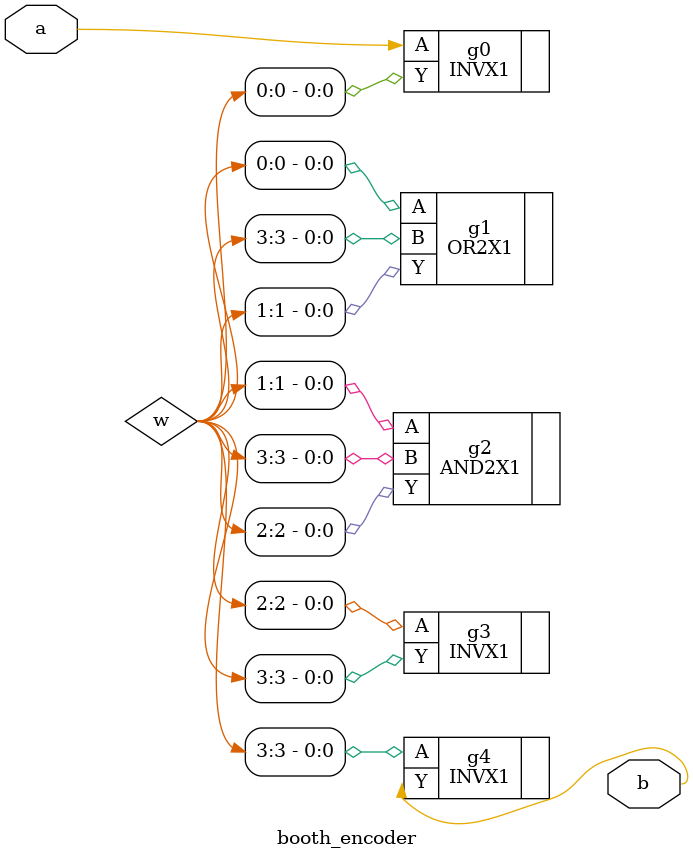
<source format=v>
module booth_encoder(a, b);
	input a;
	output b;
	wire [3:0] w;
	INVX1 g0 (
        .A(a),
        .Y(w[0])
    );
    OR2X1 g1 (
        .A(w[0]),
        .B(w[3]),
        .Y(w[1])
    );
    AND2X1 g2 (
        .A(w[1]),
		.B(w[3]),
        .Y(w[2])
    );
    INVX1 g3 (
        .A(w[2]),
        .Y(w[3])
    );
	INVX1 g4 (
        .A(w[3]),
        .Y(b)
    );
endmodule

</source>
